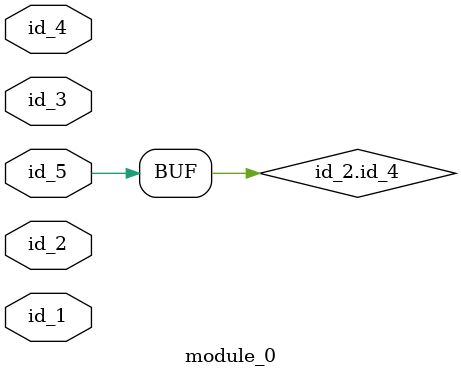
<source format=v>
module module_0 (
    id_1,
    id_2,
    id_3,
    id_4,
    id_5
);
  inout id_5;
  input id_4;
  input id_3;
  input id_2;
  inout id_1;
  assign id_5 = id_2.id_4;
endmodule

</source>
